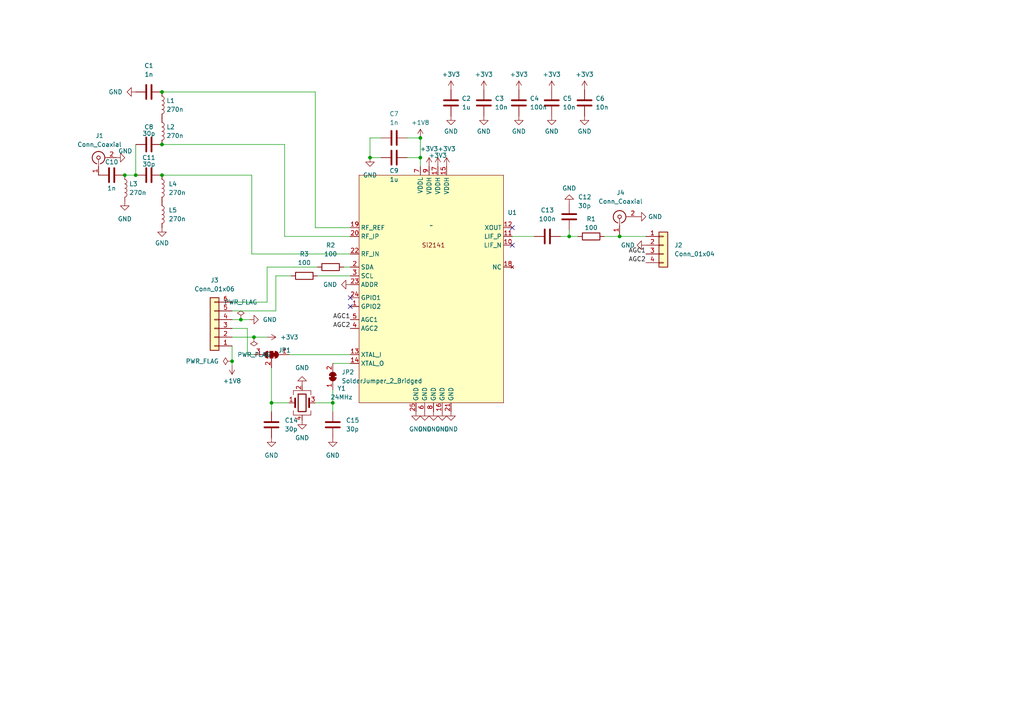
<source format=kicad_sch>
(kicad_sch (version 20230121) (generator eeschema)
  (paper "A4")
  (lib_symbols
    (symbol "Connector:Conn_Coaxial" (pin_names (offset 1.016) hide)
      (property "Reference" "J" (at 0.254 3.048 0))
      (property "Value" "Conn_Coaxial" (at 2.921 0 90))
      (symbol "Conn_Coaxial_0_1"
        (arc (start -1.778 -0.508) (mid 0.2311 -1.8066) (end 1.778 0) (stroke (width 0.254)))
        (polyline (pts (xy -2.54 0) (xy -0.508 0)))
        (polyline (pts (xy 0 -2.54) (xy 0 -1.778)))
        (circle (center 0 0) (radius 0.508) (stroke (width 0.2032)))
        (arc (start 1.778 0) (mid 0.2099 1.8101) (end -1.778 0.508) (stroke (width 0.254)))
      )
      (symbol "Conn_Coaxial_1_1"
        (pin passive line (at -5.08 0 0) (length 2.54) (name "In") (number "1"))
        (pin passive line (at 0 -5.08 90) (length 2.54) (name "Ext") (number "2"))
      )
    )
    (symbol "Connector_Generic:Conn_01x04" (pin_names (offset 1.016) hide)
      (property "Reference" "J" (at 0 5.08 0))
      (property "Value" "Conn_01x04" (at 0 -7.62 0))
      (symbol "Conn_01x04_1_1"
        (rectangle (start -1.27 -4.953) (end 0 -5.207) (stroke (width 0.1524)))
        (rectangle (start -1.27 -2.413) (end 0 -2.667) (stroke (width 0.1524)))
        (rectangle (start -1.27 0.127) (end 0 -0.127) (stroke (width 0.1524)))
        (rectangle (start -1.27 2.667) (end 0 2.413) (stroke (width 0.1524)))
        (rectangle (start -1.27 3.81) (end 1.27 -6.35) (stroke (width 0.254)) (fill (type background)))
        (pin passive line (at -5.08 2.54 0) (length 3.81) (name "Pin_1") (number "1"))
        (pin passive line (at -5.08 0 0) (length 3.81) (name "Pin_2") (number "2"))
        (pin passive line (at -5.08 -2.54 0) (length 3.81) (name "Pin_3") (number "3"))
        (pin passive line (at -5.08 -5.08 0) (length 3.81) (name "Pin_4") (number "4"))
      )
    )
    (symbol "Connector_Generic:Conn_01x06" (pin_names (offset 1.016) hide)
      (property "Reference" "J" (at 0 7.62 0))
      (property "Value" "Conn_01x06" (at 0 -10.16 0))
      (symbol "Conn_01x06_1_1"
        (rectangle (start -1.27 -7.493) (end 0 -7.747) (stroke (width 0.1524)))
        (rectangle (start -1.27 -4.953) (end 0 -5.207) (stroke (width 0.1524)))
        (rectangle (start -1.27 -2.413) (end 0 -2.667) (stroke (width 0.1524)))
        (rectangle (start -1.27 0.127) (end 0 -0.127) (stroke (width 0.1524)))
        (rectangle (start -1.27 2.667) (end 0 2.413) (stroke (width 0.1524)))
        (rectangle (start -1.27 5.207) (end 0 4.953) (stroke (width 0.1524)))
        (rectangle (start -1.27 6.35) (end 1.27 -8.89) (stroke (width 0.254)) (fill (type background)))
        (pin passive line (at -5.08 5.08 0) (length 3.81) (name "Pin_1") (number "1"))
        (pin passive line (at -5.08 2.54 0) (length 3.81) (name "Pin_2") (number "2"))
        (pin passive line (at -5.08 0 0) (length 3.81) (name "Pin_3") (number "3"))
        (pin passive line (at -5.08 -2.54 0) (length 3.81) (name "Pin_4") (number "4"))
        (pin passive line (at -5.08 -5.08 0) (length 3.81) (name "Pin_5") (number "5"))
        (pin passive line (at -5.08 -7.62 0) (length 3.81) (name "Pin_6") (number "6"))
      )
    )
    (symbol "Custom:Si2141"
      (property "Reference" "U" (at 0 0 0))
      (symbol "Si2141_0_0"
        (pin unspecified line (at -24.13 -3.81 0) (length 2.54) (name "GPIO2") (number "1"))
        (pin output line (at 22.86 13.97 180) (length 2.54) (name "LIF_N") (number "10"))
        (pin output line (at 22.86 16.51 180) (length 2.54) (name "LIF_P") (number "11"))
        (pin output line (at 22.86 19.05 180) (length 2.54) (name "XOUT") (number "12"))
        (pin passive line (at -24.13 -17.78 0) (length 2.54) (name "XTAL_I") (number "13"))
        (pin passive line (at -24.13 -20.32 0) (length 2.54) (name "XTAL_O") (number "14"))
        (pin power_in line (at 3.81 36.83 270) (length 2.54) (name "VDDH") (number "15"))
        (pin power_in line (at 2.54 -34.29 90) (length 2.54) (name "GND") (number "16"))
        (pin power_in line (at 1.27 36.83 270) (length 2.54) (name "VDDH") (number "17"))
        (pin no_connect line (at 22.86 7.62 180) (length 2.54) (name "NC") (number "18"))
        (pin unspecified line (at -24.13 19.05 0) (length 2.54) (name "RF_REF") (number "19"))
        (pin bidirectional line (at -24.13 7.62 0) (length 2.54) (name "SDA") (number "2"))
        (pin input line (at -24.13 16.51 0) (length 2.54) (name "RF_IP") (number "20"))
        (pin power_in line (at 5.08 -34.29 90) (length 2.54) (name "GND") (number "21"))
        (pin input line (at -24.13 11.43 0) (length 2.54) (name "RF_IN") (number "22"))
        (pin passive line (at -24.13 2.54 0) (length 2.54) (name "ADDR") (number "23"))
        (pin bidirectional line (at -24.13 -1.27 0) (length 2.54) (name "GPIO1") (number "24"))
        (pin power_in line (at -5.08 -34.29 90) (length 2.54) (name "GND") (number "25"))
        (pin input line (at -24.13 5.08 0) (length 2.54) (name "SCL") (number "3"))
        (pin input line (at -24.13 -10.16 0) (length 2.54) (name "AGC2") (number "4"))
        (pin input line (at -24.13 -7.62 0) (length 2.54) (name "AGC1") (number "5"))
        (pin power_in line (at -2.54 -34.29 90) (length 2.54) (name "GND") (number "6"))
        (pin power_in line (at -3.81 36.83 270) (length 2.54) (name "VDDL") (number "7"))
        (pin power_in line (at 0 -34.29 90) (length 2.54) (name "GND") (number "8"))
        (pin power_in line (at -1.27 36.83 270) (length 2.54) (name "VDDH") (number "9"))
      )
      (symbol "Si2141_1_1"
        (rectangle (start -21.59 34.29) (end 20.32 -31.75) (fill (type background)))
        (text "Si2141" (at 0 13.97 0) (effects (font (size 1.27 1.27))))
      )
    )
    (symbol "Device:C" (pin_numbers hide) (pin_names (offset 0.254))
      (property "Reference" "C" (at 0.635 2.54 0))
      (property "Value" "C" (at 0.635 -2.54 0))
      (symbol "C_0_1"
        (polyline (pts (xy -2.032 -0.762) (xy 2.032 -0.762)) (stroke (width 0.508)))
        (polyline (pts (xy -2.032 0.762) (xy 2.032 0.762)) (stroke (width 0.508)))
      )
      (symbol "C_1_1"
        (pin passive line (at 0 3.81 270) (length 2.794) (name "~") (number "1"))
        (pin passive line (at 0 -3.81 90) (length 2.794) (name "~") (number "2"))
      )
    )
    (symbol "Device:Crystal_GND24" (pin_names (offset 1.016) hide)
      (property "Reference" "Y" (at 3.175 5.08 0))
      (property "Value" "Crystal_GND24" (at 3.175 3.175 0))
      (symbol "Crystal_GND24_0_1"
        (rectangle (start -1.143 2.54) (end 1.143 -2.54) (stroke (width 0.3048)))
        (polyline (pts (xy -2.54 0) (xy -2.032 0)))
        (polyline (pts (xy -2.032 -1.27) (xy -2.032 1.27)) (stroke (width 0.508)))
        (polyline (pts (xy 0 -3.81) (xy 0 -3.556)))
        (polyline (pts (xy 0 3.556) (xy 0 3.81)))
        (polyline (pts (xy 2.032 -1.27) (xy 2.032 1.27)) (stroke (width 0.508)))
        (polyline (pts (xy 2.032 0) (xy 2.54 0)))
        (polyline (pts (xy -2.54 -2.286) (xy -2.54 -3.556) (xy 2.54 -3.556) (xy 2.54 -2.286)))
        (polyline (pts (xy -2.54 2.286) (xy -2.54 3.556) (xy 2.54 3.556) (xy 2.54 2.286)))
      )
      (symbol "Crystal_GND24_1_1"
        (pin passive line (at -3.81 0 0) (length 1.27) (name "1") (number "1"))
        (pin passive line (at 0 5.08 270) (length 1.27) (name "2") (number "2"))
        (pin passive line (at 3.81 0 180) (length 1.27) (name "3") (number "3"))
        (pin passive line (at 0 -5.08 90) (length 1.27) (name "4") (number "4"))
      )
    )
    (symbol "Device:L" (pin_numbers hide) (pin_names (offset 1.016) hide)
      (property "Reference" "L" (at -1.27 0 90))
      (property "Value" "L" (at 1.905 0 90))
      (symbol "L_0_1"
        (arc (start 0 -2.54) (mid 0.6323 -1.905) (end 0 -1.27))
        (arc (start 0 -1.27) (mid 0.6323 -0.635) (end 0 0))
        (arc (start 0 0) (mid 0.6323 0.635) (end 0 1.27))
        (arc (start 0 1.27) (mid 0.6323 1.905) (end 0 2.54))
      )
      (symbol "L_1_1"
        (pin passive line (at 0 3.81 270) (length 1.27) (name "1") (number "1"))
        (pin passive line (at 0 -3.81 90) (length 1.27) (name "2") (number "2"))
      )
    )
    (symbol "Device:R" (pin_numbers hide) (pin_names (offset 0))
      (property "Reference" "R" (at 2.032 0 90))
      (property "Value" "R" (at 0 0 90))
      (symbol "R_0_1"
        (rectangle (start -1.016 -2.54) (end 1.016 2.54) (stroke (width 0.254)))
      )
      (symbol "R_1_1"
        (pin passive line (at 0 3.81 270) (length 1.27) (name "~") (number "1"))
        (pin passive line (at 0 -3.81 90) (length 1.27) (name "~") (number "2"))
      )
    )
    (symbol "Jumper:SolderJumper_2_Bridged" (pin_names (offset 0) hide)
      (property "Reference" "JP" (at 0 2.032 0))
      (property "Value" "SolderJumper_2_Bridged" (at 0 -2.54 0))
      (symbol "SolderJumper_2_Bridged_0_1"
        (rectangle (start -0.508 0.508) (end 0.508 -0.508) (fill (type outline)))
        (arc (start -0.254 1.016) (mid -1.2656 0) (end -0.254 -1.016))
        (arc (start -0.254 1.016) (mid -1.2656 0) (end -0.254 -1.016) (fill (type outline)))
        (polyline (pts (xy -0.254 1.016) (xy -0.254 -1.016)))
        (polyline (pts (xy 0.254 1.016) (xy 0.254 -1.016)))
        (arc (start 0.254 -1.016) (mid 1.2656 0) (end 0.254 1.016))
        (arc (start 0.254 -1.016) (mid 1.2656 0) (end 0.254 1.016) (fill (type outline)))
      )
      (symbol "SolderJumper_2_Bridged_1_1"
        (pin passive line (at -3.81 0 0) (length 2.54) (name "A") (number "1"))
        (pin passive line (at 3.81 0 180) (length 2.54) (name "B") (number "2"))
      )
    )
    (symbol "Jumper:SolderJumper_3_Bridged12" (pin_names (offset 0) hide)
      (property "Reference" "JP" (at -2.54 -2.54 0))
      (property "Value" "SolderJumper_3_Bridged12" (at 0 2.794 0))
      (symbol "SolderJumper_3_Bridged12_0_1"
        (rectangle (start -1.016 0.508) (end -0.508 -0.508) (fill (type outline)))
        (arc (start -1.016 1.016) (mid -2.0276 0) (end -1.016 -1.016))
        (arc (start -1.016 1.016) (mid -2.0276 0) (end -1.016 -1.016) (fill (type outline)))
        (rectangle (start -0.508 1.016) (end 0.508 -1.016) (fill (type outline)))
        (polyline (pts (xy -2.54 0) (xy -2.032 0)))
        (polyline (pts (xy -1.016 1.016) (xy -1.016 -1.016)))
        (polyline (pts (xy 0 -1.27) (xy 0 -1.016)))
        (polyline (pts (xy 1.016 1.016) (xy 1.016 -1.016)))
        (polyline (pts (xy 2.54 0) (xy 2.032 0)))
        (arc (start 1.016 -1.016) (mid 2.0276 0) (end 1.016 1.016))
        (arc (start 1.016 -1.016) (mid 2.0276 0) (end 1.016 1.016) (fill (type outline)))
      )
      (symbol "SolderJumper_3_Bridged12_1_1"
        (pin passive line (at -5.08 0 0) (length 2.54) (name "A") (number "1"))
        (pin passive line (at 0 -3.81 90) (length 2.54) (name "C") (number "2"))
        (pin passive line (at 5.08 0 180) (length 2.54) (name "B") (number "3"))
      )
    )
    (symbol "power:+1V8" (power) (pin_names (offset 0))
      (property "Value" "+1V8" (at 0 3.556 0))
      (symbol "+1V8_0_1"
        (polyline (pts (xy -0.762 1.27) (xy 0 2.54)))
        (polyline (pts (xy 0 0) (xy 0 2.54)))
        (polyline (pts (xy 0 2.54) (xy 0.762 1.27)))
      )
      (symbol "+1V8_1_1"
        (pin power_in line (at 0 0 90) (length 0) hide (name "+1V8") (number "1"))
      )
    )
    (symbol "power:+3V3" (power) (pin_names (offset 0))
      (property "Value" "+3V3" (at 0 3.556 0))
      (symbol "+3V3_0_1"
        (polyline (pts (xy -0.762 1.27) (xy 0 2.54)))
        (polyline (pts (xy 0 0) (xy 0 2.54)))
        (polyline (pts (xy 0 2.54) (xy 0.762 1.27)))
      )
      (symbol "+3V3_1_1"
        (pin power_in line (at 0 0 90) (length 0) hide (name "+3V3") (number "1"))
      )
    )
    (symbol "power:GND" (power) (pin_names (offset 0))
      (property "Value" "GND" (at 0 -3.81 0))
      (symbol "GND_0_1"
        (polyline (pts (xy 0 0) (xy 0 -1.27) (xy 1.27 -1.27) (xy 0 -2.54) (xy -1.27 -1.27) (xy 0 -1.27)))
      )
      (symbol "GND_1_1"
        (pin power_in line (at 0 0 270) (length 0) hide (name "GND") (number "1"))
      )
    )
    (symbol "power:PWR_FLAG" (power) (pin_numbers hide) (pin_names (offset 0) hide)
      (property "Value" "PWR_FLAG" (at 0 3.81 0))
      (symbol "PWR_FLAG_0_0"
        (pin power_out line (at 0 0 90) (length 0) (name "pwr") (number "1"))
      )
      (symbol "PWR_FLAG_0_1"
        (polyline (pts (xy 0 0) (xy 0 1.27) (xy -1.016 1.905) (xy 0 2.54) (xy 1.016 1.905) (xy 0 1.27)))
      )
    )
  )
  (junction (at 69.85 92.71))
  (junction (at 165.1 68.58))
  (junction (at 179.705 68.58))
  (junction (at 46.99 50.8))
  (junction (at 78.74 116.84))
  (junction (at 39.37 50.8))
  (junction (at 73.66 97.79))
  (junction (at 96.52 116.84))
  (junction (at 46.99 41.91))
  (junction (at 107.315 45.72))
  (junction (at 46.99 26.67))
  (junction (at 36.195 50.8))
  (junction (at 121.92 40.005))
  (junction (at 67.31 104.775))
  (junction (at 121.92 45.72))
  (no_connect (at 148.59 66.04))
  (no_connect (at 101.6 88.9))
  (no_connect (at 148.59 71.12))
  (no_connect (at 101.6 86.36))
  (wire (pts (xy 36.195 50.8) (xy 39.37 50.8)))
  (wire (pts (xy 77.47 77.47) (xy 92.075 77.47)))
  (wire (pts (xy 83.82 116.84) (xy 78.74 116.84)))
  (wire (pts (xy 80.01 90.17) (xy 80.01 80.01)))
  (wire (pts (xy 78.74 106.68) (xy 78.74 116.84)))
  (wire (pts (xy 162.56 68.58) (xy 165.1 68.58)))
  (wire (pts (xy 121.92 40.005) (xy 118.11 40.005)))
  (wire (pts (xy 83.82 102.87) (xy 101.6 102.87)))
  (wire (pts (xy 71.755 95.25) (xy 71.755 102.87)))
  (wire (pts (xy 46.99 26.67) (xy 91.44 26.67)))
  (wire (pts (xy 67.31 90.17) (xy 80.01 90.17)))
  (wire (pts (xy 67.31 100.33) (xy 67.31 104.775)))
  (wire (pts (xy 71.755 95.25) (xy 67.31 95.25)))
  (wire (pts (xy 101.6 68.58) (xy 82.55 68.58)))
  (wire (pts (xy 67.31 87.63) (xy 77.47 87.63)))
  (wire (pts (xy 96.52 116.84) (xy 96.52 119.38)))
  (wire (pts (xy 179.705 68.58) (xy 187.325 68.58)))
  (wire (pts (xy 99.695 77.47) (xy 101.6 77.47)))
  (wire (pts (xy 118.11 45.72) (xy 121.92 45.72)))
  (wire (pts (xy 179.705 67.945) (xy 179.705 68.58)))
  (wire (pts (xy 121.92 48.26) (xy 121.92 45.72)))
  (wire (pts (xy 175.26 68.58) (xy 179.705 68.58)))
  (wire (pts (xy 107.315 40.005) (xy 110.49 40.005)))
  (wire (pts (xy 107.315 45.72) (xy 110.49 45.72)))
  (wire (pts (xy 69.85 92.71) (xy 72.39 92.71)))
  (wire (pts (xy 107.315 45.72) (xy 107.315 40.005)))
  (wire (pts (xy 165.1 68.58) (xy 165.1 66.675)))
  (wire (pts (xy 73.025 73.66) (xy 101.6 73.66)))
  (wire (pts (xy 46.99 50.8) (xy 73.025 50.8)))
  (wire (pts (xy 96.52 105.41) (xy 101.6 105.41)))
  (wire (pts (xy 91.44 66.04) (xy 101.6 66.04)))
  (wire (pts (xy 39.37 41.91) (xy 39.37 50.8)))
  (wire (pts (xy 78.74 116.84) (xy 78.74 119.38)))
  (wire (pts (xy 96.52 113.03) (xy 96.52 116.84)))
  (wire (pts (xy 165.1 68.58) (xy 167.64 68.58)))
  (wire (pts (xy 82.55 68.58) (xy 82.55 41.91)))
  (wire (pts (xy 148.59 68.58) (xy 154.94 68.58)))
  (wire (pts (xy 91.44 116.84) (xy 96.52 116.84)))
  (wire (pts (xy 77.47 87.63) (xy 77.47 77.47)))
  (wire (pts (xy 82.55 41.91) (xy 46.99 41.91)))
  (wire (pts (xy 73.66 97.79) (xy 77.47 97.79)))
  (wire (pts (xy 91.44 26.67) (xy 91.44 66.04)))
  (wire (pts (xy 71.755 102.87) (xy 73.66 102.87)))
  (wire (pts (xy 67.31 104.775) (xy 67.31 106.045)))
  (wire (pts (xy 92.075 80.01) (xy 101.6 80.01)))
  (wire (pts (xy 80.01 80.01) (xy 84.455 80.01)))
  (wire (pts (xy 121.92 45.72) (xy 121.92 40.005)))
  (wire (pts (xy 73.025 50.8) (xy 73.025 73.66)))
  (wire (pts (xy 67.31 97.79) (xy 73.66 97.79)))
  (wire (pts (xy 67.31 92.71) (xy 69.85 92.71)))
  (label "AGC2" (at 101.6 95.25 180))
  (label "AGC2" (at 187.325 76.2 180))
  (label "AGC1" (at 187.325 73.66 180))
  (label "AGC1" (at 101.6 92.71 180))
  (symbol (lib_id "power:GND") (at 96.52 127 0) (unit 1)
    (property "Reference" "#PWR034" (effects hide))
    (property "Value" "GND" (at 96.52 132.08 0))
  )
  (symbol (lib_id "power:+3V3") (at 77.47 97.79 270) (unit 1)
    (property "Reference" "#PWR024" (effects hide))
    (property "Value" "+3V3" (at 81.28 97.79 90) (effects (justify left)))
  )
  (symbol (lib_id "power:PWR_FLAG") (at 69.85 92.71 0) (unit 1)
    (property "Reference" "#FLG01" (effects hide))
    (property "Value" "PWR_FLAG" (at 69.85 87.63 0))
  )
  (symbol (lib_id "power:GND") (at 125.73 119.38 0) (unit 1)
    (property "Reference" "#PWR029" (effects hide))
    (property "Value" "GND" (at 125.73 124.46 0))
  )
  (symbol (lib_id "power:+3V3") (at 150.495 26.035 0) (unit 1)
    (property "Reference" "#PWR03" (effects hide))
    (property "Value" "+3V3" (at 150.495 21.59 0))
  )
  (symbol (lib_id "Device:C") (at 32.385 50.8 90) (unit 1)
    (property "Reference" "C10" (at 32.385 46.99 90))
    (property "Value" "1n" (at 32.385 54.61 90))
    (property "Footprint" "Capacitor_SMD:C_0402_1005Metric" (effects hide))
  )
  (symbol (lib_id "Device:L") (at 36.195 54.61 0) (unit 1)
    (property "Reference" "L3" (at 37.465 53.34 0) (effects (justify left)))
    (property "Value" "270n" (at 37.465 55.88 0) (effects (justify left)))
    (property "Footprint" "Inductor_SMD:L_0402_1005Metric" (effects hide))
  )
  (symbol (lib_id "power:PWR_FLAG") (at 67.31 104.775 90) (unit 1)
    (property "Reference" "#FLG03" (effects hide))
    (property "Value" "PWR_FLAG" (at 63.5 104.775 90) (effects (justify left)))
  )
  (symbol (lib_id "Device:L") (at 46.99 38.1 0) (unit 1)
    (property "Reference" "L2" (at 48.26 36.83 0) (effects (justify left)))
    (property "Value" "270n" (at 48.26 39.37 0) (effects (justify left)))
    (property "Footprint" "Inductor_SMD:L_0402_1005Metric" (effects hide))
  )
  (symbol (lib_id "power:GND") (at 140.335 33.655 0) (unit 1)
    (property "Reference" "#PWR08" (effects hide))
    (property "Value" "GND" (at 140.335 38.1 0))
  )
  (symbol (lib_id "Device:C") (at 169.545 29.845 0) (unit 1)
    (property "Reference" "C6" (at 172.72 28.575 0) (effects (justify left)))
    (property "Value" "10n" (at 172.72 31.115 0) (effects (justify left)))
    (property "Footprint" "Capacitor_SMD:C_0402_1005Metric" (effects hide))
  )
  (symbol (lib_id "Custom:Si2141") (at 125.73 85.09 0) (unit 1)
    (property "Reference" "U1" (at 148.59 61.6519 0))
    (property "Value" "~" (at 125.095 65.405 0))
    (property "Footprint" "Custom:SiliconLabs-QFN-24-1EP_3x3mm_P0.4mm_EP1.8x1.8mm" (effects hide))
  )
  (symbol (lib_id "Jumper:SolderJumper_3_Bridged12") (at 78.74 102.87 0) (mirror y) (unit 1)
    (property "Reference" "JP1" (at 82.55 101.6 0))
    (property "Value" "SolderJumper_3_Bridged12" (effects hide))
    (property "Footprint" "Jumper:SolderJumper-3_P1.3mm_Bridged12_RoundedPad1.0x1.5mm_NumberLabels" (effects hide))
  )
  (symbol (lib_id "power:+3V3") (at 130.81 26.035 0) (unit 1)
    (property "Reference" "#PWR01" (effects hide))
    (property "Value" "+3V3" (at 130.81 21.59 0))
  )
  (symbol (lib_id "power:GND") (at 165.1 59.055 180) (unit 1)
    (property "Reference" "#PWR019" (effects hide))
    (property "Value" "GND" (at 165.1 54.61 0))
  )
  (symbol (lib_id "power:+1V8") (at 67.31 106.045 180) (unit 1)
    (property "Reference" "#PWR025" (effects hide))
    (property "Value" "+1V8" (at 67.31 110.49 0))
  )
  (symbol (lib_id "power:+3V3") (at 129.54 48.26 0) (unit 1)
    (property "Reference" "#PWR017" (effects hide))
    (property "Value" "+3V3" (at 129.54 43.18 0))
  )
  (symbol (lib_id "Jumper:SolderJumper_2_Bridged") (at 96.52 109.22 90) (unit 1)
    (property "Reference" "JP2" (at 99.06 107.95 90) (effects (justify right)))
    (property "Value" "SolderJumper_2_Bridged" (at 99.06 110.49 90) (effects (justify right)))
    (property "Footprint" "Jumper:SolderJumper-2_P1.3mm_Bridged2Bar_RoundedPad1.0x1.5mm" (effects hide))
  )
  (symbol (lib_id "Device:R") (at 171.45 68.58 90) (unit 1)
    (property "Reference" "R1" (at 171.45 63.5 90))
    (property "Value" "100" (at 171.45 66.04 90))
    (property "Footprint" "Resistor_SMD:R_0402_1005Metric" (effects hide))
  )
  (symbol (lib_id "power:+1V8") (at 121.92 40.005 0) (unit 1)
    (property "Reference" "#PWR012" (effects hide))
    (property "Value" "+1V8" (at 121.92 35.56 0))
  )
  (symbol (lib_id "power:+3V3") (at 124.46 48.26 0) (unit 1)
    (property "Reference" "#PWR015" (effects hide))
    (property "Value" "+3V3" (at 124.46 43.18 0))
  )
  (symbol (lib_id "Device:C") (at 114.3 45.72 90) (unit 1)
    (property "Reference" "C9" (at 114.3 49.53 90))
    (property "Value" "1u" (at 114.3 52.07 90))
    (property "Footprint" "Capacitor_SMD:C_0402_1005Metric" (effects hide))
  )
  (symbol (lib_id "Connector:Conn_Coaxial") (at 179.705 62.865 90) (unit 1)
    (property "Reference" "J4" (at 179.9982 55.88 90))
    (property "Value" "Conn_Coaxial" (at 179.9982 58.42 90))
    (property "Footprint" "Connector_Coaxial:U.FL_Molex_MCRF_73412-0110_Vertical" (effects hide))
    (property "Datasheet" " ~" (effects hide))
  )
  (symbol (lib_id "Device:R") (at 95.885 77.47 90) (unit 1)
    (property "Reference" "R2" (at 95.885 71.12 90))
    (property "Value" "100" (at 95.885 73.66 90))
    (property "Footprint" "Resistor_SMD:R_0402_1005Metric" (effects hide))
  )
  (symbol (lib_id "Device:C") (at 140.335 29.845 0) (unit 1)
    (property "Reference" "C3" (at 143.51 28.575 0) (effects (justify left)))
    (property "Value" "10n" (at 143.51 31.115 0) (effects (justify left)))
    (property "Footprint" "Capacitor_SMD:C_0402_1005Metric" (effects hide))
  )
  (symbol (lib_id "power:GND") (at 39.37 26.67 270) (unit 1)
    (property "Reference" "#PWR06" (effects hide))
    (property "Value" "GND" (at 35.56 26.67 90) (effects (justify right)))
  )
  (symbol (lib_id "power:GND") (at 36.195 58.42 0) (unit 1)
    (property "Reference" "#PWR018" (effects hide))
    (property "Value" "GND" (at 36.195 63.5 0))
  )
  (symbol (lib_id "Device:C") (at 43.18 50.8 270) (unit 1)
    (property "Reference" "C11" (at 43.18 45.72 90))
    (property "Value" "30p" (at 43.18 47.625 90))
    (property "Footprint" "Capacitor_SMD:C_0402_1005Metric" (effects hide))
  )
  (symbol (lib_id "power:+3V3") (at 160.02 26.035 0) (unit 1)
    (property "Reference" "#PWR04" (effects hide))
    (property "Value" "+3V3" (at 160.02 21.59 0))
  )
  (symbol (lib_id "power:GND") (at 169.545 33.655 0) (unit 1)
    (property "Reference" "#PWR011" (effects hide))
    (property "Value" "GND" (at 169.545 38.1 0))
  )
  (symbol (lib_id "Connector_Generic:Conn_01x06") (at 62.23 95.25 180) (unit 1)
    (property "Reference" "J3" (at 62.23 81.28 0))
    (property "Value" "Conn_01x06" (at 62.23 83.82 0))
    (property "Footprint" "Connector_PinHeader_2.54mm:PinHeader_1x06_P2.54mm_Vertical" (effects hide))
  )
  (symbol (lib_id "Device:C") (at 150.495 29.845 0) (unit 1)
    (property "Reference" "C4" (at 153.67 28.575 0) (effects (justify left)))
    (property "Value" "100n" (at 153.67 31.115 0) (effects (justify left)))
    (property "Footprint" "Capacitor_SMD:C_0402_1005Metric" (effects hide))
  )
  (symbol (lib_id "Device:C") (at 114.3 40.005 90) (unit 1)
    (property "Reference" "C7" (at 114.3 33.02 90))
    (property "Value" "1n" (at 114.3 35.56 90))
    (property "Footprint" "Capacitor_SMD:C_0402_1005Metric" (effects hide))
  )
  (symbol (lib_id "Device:C") (at 165.1 62.865 0) (unit 1)
    (property "Reference" "C12" (at 167.64 57.15 0) (effects (justify left)))
    (property "Value" "30p" (at 167.64 59.69 0) (effects (justify left)))
    (property "Footprint" "Capacitor_SMD:C_0402_1005Metric" (effects hide))
  )
  (symbol (lib_id "Connector:Conn_Coaxial") (at 28.575 45.72 90) (unit 1)
    (property "Reference" "J1" (at 28.8682 39.37 90))
    (property "Value" "Conn_Coaxial" (at 28.8682 41.91 90))
    (property "Footprint" "Connector_Coaxial:U.FL_Molex_MCRF_73412-0110_Vertical" (effects hide))
    (property "Datasheet" " ~" (effects hide))
  )
  (symbol (lib_id "power:GND") (at 160.02 33.655 0) (unit 1)
    (property "Reference" "#PWR010" (effects hide))
    (property "Value" "GND" (at 160.02 38.1 0))
  )
  (symbol (lib_id "power:GND") (at 184.785 62.865 90) (unit 1)
    (property "Reference" "#PWR035" (effects hide))
    (property "Value" "GND" (at 187.96 62.865 90) (effects (justify right)))
  )
  (symbol (lib_id "Device:C") (at 96.52 123.19 0) (unit 1)
    (property "Reference" "C15" (at 100.33 121.92 0) (effects (justify left)))
    (property "Value" "30p" (at 100.33 124.46 0) (effects (justify left)))
    (property "Footprint" "Capacitor_SMD:C_0402_1005Metric" (effects hide))
  )
  (symbol (lib_id "power:GND") (at 78.74 127 0) (unit 1)
    (property "Reference" "#PWR033" (effects hide))
    (property "Value" "GND" (at 78.74 132.08 0))
  )
  (symbol (lib_id "power:GND") (at 150.495 33.655 0) (unit 1)
    (property "Reference" "#PWR09" (effects hide))
    (property "Value" "GND" (at 150.495 38.1 0))
  )
  (symbol (lib_id "Device:L") (at 46.99 62.23 0) (unit 1)
    (property "Reference" "L5" (at 48.895 60.96 0) (effects (justify left)))
    (property "Value" "270n" (at 48.895 63.5 0) (effects (justify left)))
    (property "Footprint" "Inductor_SMD:L_0402_1005Metric" (effects hide))
  )
  (symbol (lib_id "Connector_Generic:Conn_01x04") (at 192.405 71.12 0) (unit 1)
    (property "Reference" "J2" (at 195.58 71.12 0) (effects (justify left)))
    (property "Value" "Conn_01x04" (at 195.58 73.66 0) (effects (justify left)))
    (property "Footprint" "Connector_PinHeader_2.54mm:PinHeader_1x04_P2.54mm_Vertical" (effects hide))
  )
  (symbol (lib_id "power:GND") (at 107.315 45.72 0) (unit 1)
    (property "Reference" "#PWR014" (effects hide))
    (property "Value" "GND" (at 107.315 50.8 0))
  )
  (symbol (lib_id "Device:C") (at 130.81 29.845 180) (unit 1)
    (property "Reference" "C2" (at 135.255 28.575 0))
    (property "Value" "1u" (at 135.255 31.115 0))
    (property "Footprint" "Capacitor_SMD:C_0402_1005Metric" (effects hide))
  )
  (symbol (lib_id "power:+3V3") (at 127 48.26 0) (unit 1)
    (property "Reference" "#PWR016" (effects hide))
    (property "Value" "+3V3" (at 127 45.085 0))
  )
  (symbol (lib_id "power:GND") (at 128.27 119.38 0) (unit 1)
    (property "Reference" "#PWR030" (effects hide))
    (property "Value" "GND" (at 128.27 124.46 0))
  )
  (symbol (lib_id "power:PWR_FLAG") (at 73.66 97.79 180) (unit 1)
    (property "Reference" "#FLG02" (effects hide))
    (property "Value" "PWR_FLAG" (at 73.66 102.87 0))
  )
  (symbol (lib_id "power:GND") (at 120.65 119.38 0) (unit 1)
    (property "Reference" "#PWR027" (effects hide))
    (property "Value" "GND" (at 120.65 124.46 0))
  )
  (symbol (lib_id "Device:C") (at 43.18 26.67 90) (unit 1)
    (property "Reference" "C1" (at 43.18 19.05 90))
    (property "Value" "1n" (at 43.18 21.59 90))
    (property "Footprint" "Capacitor_SMD:C_0402_1005Metric" (effects hide))
  )
  (symbol (lib_id "power:+3V3") (at 140.335 26.035 0) (unit 1)
    (property "Reference" "#PWR02" (effects hide))
    (property "Value" "+3V3" (at 140.335 21.59 0))
  )
  (symbol (lib_id "Device:C") (at 43.18 41.91 90) (unit 1)
    (property "Reference" "C8" (at 43.18 36.83 90))
    (property "Value" "30p" (at 43.18 38.735 90))
    (property "Footprint" "Capacitor_SMD:C_0402_1005Metric" (effects hide))
  )
  (symbol (lib_id "Device:C") (at 160.02 29.845 0) (unit 1)
    (property "Reference" "C5" (at 163.195 28.575 0) (effects (justify left)))
    (property "Value" "10n" (at 163.195 31.115 0) (effects (justify left)))
    (property "Footprint" "Capacitor_SMD:C_0402_1005Metric" (effects hide))
  )
  (symbol (lib_id "power:GND") (at 123.19 119.38 0) (unit 1)
    (property "Reference" "#PWR028" (effects hide))
    (property "Value" "GND" (at 123.19 124.46 0))
  )
  (symbol (lib_id "power:GND") (at 187.325 71.12 270) (unit 1)
    (property "Reference" "#PWR021" (effects hide))
    (property "Value" "GND" (at 184.15 71.12 90) (effects (justify right)))
  )
  (symbol (lib_id "Device:L") (at 46.99 54.61 0) (unit 1)
    (property "Reference" "L4" (at 48.895 53.34 0) (effects (justify left)))
    (property "Value" "270n" (at 48.895 55.88 0) (effects (justify left)))
    (property "Footprint" "Inductor_SMD:L_0402_1005Metric" (effects hide))
  )
  (symbol (lib_id "Device:L") (at 46.99 30.48 0) (unit 1)
    (property "Reference" "L1" (at 48.26 29.21 0) (effects (justify left)))
    (property "Value" "270n" (at 48.26 31.75 0) (effects (justify left)))
    (property "Footprint" "Inductor_SMD:L_0402_1005Metric" (effects hide))
  )
  (symbol (lib_id "power:GND") (at 101.6 82.55 270) (unit 1)
    (property "Reference" "#PWR022" (effects hide))
    (property "Value" "GND" (at 97.79 82.55 90) (effects (justify right)))
  )
  (symbol (lib_id "Device:C") (at 78.74 123.19 0) (unit 1)
    (property "Reference" "C14" (at 82.55 121.92 0) (effects (justify left)))
    (property "Value" "30p" (at 82.55 124.46 0) (effects (justify left)))
    (property "Footprint" "Capacitor_SMD:C_0402_1005Metric" (effects hide))
  )
  (symbol (lib_id "power:GND") (at 87.63 111.76 180) (unit 1)
    (property "Reference" "#PWR026" (effects hide))
    (property "Value" "GND" (at 87.63 106.68 0))
  )
  (symbol (lib_id "power:+3V3") (at 169.545 26.035 0) (unit 1)
    (property "Reference" "#PWR05" (effects hide))
    (property "Value" "+3V3" (at 169.545 21.59 0))
  )
  (symbol (lib_id "power:GND") (at 130.81 119.38 0) (unit 1)
    (property "Reference" "#PWR031" (effects hide))
    (property "Value" "GND" (at 130.81 124.46 0))
  )
  (symbol (lib_id "Device:C") (at 158.75 68.58 90) (unit 1)
    (property "Reference" "C13" (at 158.75 60.96 90))
    (property "Value" "100n" (at 158.75 63.5 90))
    (property "Footprint" "Capacitor_SMD:C_0402_1005Metric" (effects hide))
  )
  (symbol (lib_id "power:GND") (at 72.39 92.71 90) (unit 1)
    (property "Reference" "#PWR023" (effects hide))
    (property "Value" "GND" (at 76.2 92.71 90) (effects (justify right)))
  )
  (symbol (lib_id "power:GND") (at 130.81 33.655 0) (unit 1)
    (property "Reference" "#PWR07" (effects hide))
    (property "Value" "GND" (at 130.81 38.1 0))
  )
  (symbol (lib_id "power:GND") (at 46.99 66.04 0) (unit 1)
    (property "Reference" "#PWR020" (effects hide))
    (property "Value" "GND" (at 46.99 70.485 0))
  )
  (symbol (lib_id "Device:Crystal_GND24") (at 87.63 116.84 0) (unit 1)
    (property "Reference" "Y1" (at 99.06 112.6491 0))
    (property "Value" "24MHz" (at 99.06 115.1891 0))
    (property "Footprint" "Crystal:Crystal_SMD_2016-4Pin_2.0x1.6mm" (effects hide))
  )
  (symbol (lib_id "power:GND") (at 33.655 45.72 90) (unit 1)
    (property "Reference" "#PWR013" (effects hide))
    (property "Value" "GND" (at 34.29 43.815 90) (effects (justify right)))
  )
  (symbol (lib_id "power:GND") (at 87.63 121.92 0) (unit 1)
    (property "Reference" "#PWR032" (effects hide))
    (property "Value" "GND" (at 87.63 127 0))
  )
  (symbol (lib_id "Device:R") (at 88.265 80.01 270) (unit 1)
    (property "Reference" "R3" (at 88.265 73.66 90))
    (property "Value" "100" (at 88.265 76.2 90))
    (property "Footprint" "Resistor_SMD:R_0402_1005Metric" (effects hide))
  )
)
</source>
